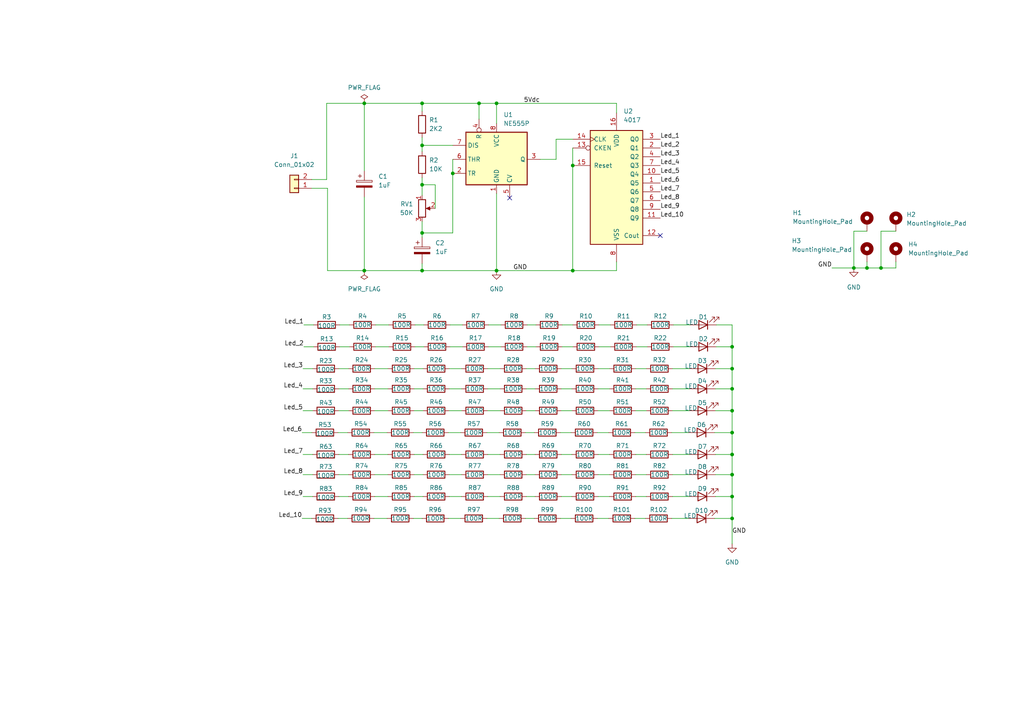
<source format=kicad_sch>
(kicad_sch (version 20211123) (generator eeschema)
  (paper "A4")
  (lib_symbols
    (symbol "4xxx:4017" (pin_names (offset 1.016))
      (property "Reference" "U" (at -7.62 16.51 0))
      (property "Value" "4017" (at -7.62 -19.05 0))
      (symbol "4017_1_0"
        (pin output line (at 12.7 0 180) (length 5.08) (name "Q5") (number "1"))
        (pin output line (at 12.7 2.54 180) (length 5.08) (name "Q4") (number "10"))
        (pin output line (at 12.7 -10.16 180) (length 5.08) (name "Q9") (number "11"))
        (pin output line (at 12.7 -15.24 180) (length 5.08) (name "Cout") (number "12"))
        (pin input inverted (at -12.7 10.16 0) (length 5.08) (name "CKEN") (number "13"))
        (pin input clock (at -12.7 12.7 0) (length 5.08) (name "CLK") (number "14"))
        (pin input line (at -12.7 5.08 0) (length 5.08) (name "Reset") (number "15"))
        (pin power_in line (at 0 20.32 270) (length 5.08) (name "VDD") (number "16"))
        (pin output line (at 12.7 10.16 180) (length 5.08) (name "Q1") (number "2"))
        (pin output line (at 12.7 12.7 180) (length 5.08) (name "Q0") (number "3"))
        (pin output line (at 12.7 7.62 180) (length 5.08) (name "Q2") (number "4"))
        (pin output line (at 12.7 -2.54 180) (length 5.08) (name "Q6") (number "5"))
        (pin output line (at 12.7 -5.08 180) (length 5.08) (name "Q7") (number "6"))
        (pin output line (at 12.7 5.08 180) (length 5.08) (name "Q3") (number "7"))
        (pin power_in line (at 0 -22.86 90) (length 5.08) (name "VSS") (number "8"))
        (pin output line (at 12.7 -7.62 180) (length 5.08) (name "Q8") (number "9"))
      )
      (symbol "4017_1_1"
        (rectangle (start -7.62 15.24) (end 7.62 -17.78) (stroke (width 0.254)) (fill (type background)))
      )
    )
    (symbol "Connector_Generic:Conn_01x02" (pin_names (offset 1.016) hide)
      (property "Reference" "J" (at 0 2.54 0))
      (property "Value" "Conn_01x02" (at 0 -5.08 0))
      (symbol "Conn_01x02_1_1"
        (rectangle (start -1.27 -2.413) (end 0 -2.667) (stroke (width 0.1524)))
        (rectangle (start -1.27 0.127) (end 0 -0.127) (stroke (width 0.1524)))
        (rectangle (start -1.27 1.27) (end 1.27 -3.81) (stroke (width 0.254)) (fill (type background)))
        (pin passive line (at -5.08 0 0) (length 3.81) (name "Pin_1") (number "1"))
        (pin passive line (at -5.08 -2.54 0) (length 3.81) (name "Pin_2") (number "2"))
      )
    )
    (symbol "Device:C_Polarized" (pin_numbers hide) (pin_names (offset 0.254))
      (property "Reference" "C" (at 0.635 2.54 0))
      (property "Value" "C_Polarized" (at 0.635 -2.54 0))
      (symbol "C_Polarized_0_1"
        (rectangle (start -2.286 0.508) (end 2.286 1.016))
        (polyline (pts (xy -1.778 2.286) (xy -0.762 2.286)))
        (polyline (pts (xy -1.27 2.794) (xy -1.27 1.778)))
        (rectangle (start 2.286 -0.508) (end -2.286 -1.016) (fill (type outline)))
      )
      (symbol "C_Polarized_1_1"
        (pin passive line (at 0 3.81 270) (length 2.794) (name "~") (number "1"))
        (pin passive line (at 0 -3.81 90) (length 2.794) (name "~") (number "2"))
      )
    )
    (symbol "Device:LED" (pin_numbers hide) (pin_names (offset 1.016) hide)
      (property "Reference" "D" (at 0 2.54 0))
      (property "Value" "LED" (at 0 -2.54 0))
      (symbol "LED_0_1"
        (polyline (pts (xy -1.27 -1.27) (xy -1.27 1.27)) (stroke (width 0.254)))
        (polyline (pts (xy -1.27 0) (xy 1.27 0)))
        (polyline (pts (xy 1.27 -1.27) (xy 1.27 1.27) (xy -1.27 0) (xy 1.27 -1.27)) (stroke (width 0.254)))
        (polyline (pts (xy -3.048 -0.762) (xy -4.572 -2.286) (xy -3.81 -2.286) (xy -4.572 -2.286) (xy -4.572 -1.524)))
        (polyline (pts (xy -1.778 -0.762) (xy -3.302 -2.286) (xy -2.54 -2.286) (xy -3.302 -2.286) (xy -3.302 -1.524)))
      )
      (symbol "LED_1_1"
        (pin passive line (at -3.81 0 0) (length 2.54) (name "K") (number "1"))
        (pin passive line (at 3.81 0 180) (length 2.54) (name "A") (number "2"))
      )
    )
    (symbol "Device:R" (pin_numbers hide) (pin_names (offset 0))
      (property "Reference" "R" (at 2.032 0 90))
      (property "Value" "R" (at 0 0 90))
      (symbol "R_0_1"
        (rectangle (start -1.016 -2.54) (end 1.016 2.54) (stroke (width 0.254)))
      )
      (symbol "R_1_1"
        (pin passive line (at 0 3.81 270) (length 1.27) (name "~") (number "1"))
        (pin passive line (at 0 -3.81 90) (length 1.27) (name "~") (number "2"))
      )
    )
    (symbol "Device:R_Potentiometer" (pin_names (offset 1.016) hide)
      (property "Reference" "RV" (at -4.445 0 90))
      (property "Value" "R_Potentiometer" (at -2.54 0 90))
      (symbol "R_Potentiometer_0_1"
        (polyline (pts (xy 2.54 0) (xy 1.524 0)))
        (polyline (pts (xy 1.143 0) (xy 2.286 0.508) (xy 2.286 -0.508) (xy 1.143 0)) (fill (type outline)))
        (rectangle (start 1.016 2.54) (end -1.016 -2.54) (stroke (width 0.254)))
      )
      (symbol "R_Potentiometer_1_1"
        (pin passive line (at 0 3.81 270) (length 1.27) (name "1") (number "1"))
        (pin passive line (at 3.81 0 180) (length 1.27) (name "2") (number "2"))
        (pin passive line (at 0 -3.81 90) (length 1.27) (name "3") (number "3"))
      )
    )
    (symbol "Mechanical:MountingHole_Pad" (pin_numbers hide) (pin_names (offset 1.016) hide)
      (property "Reference" "H" (at 0 6.35 0))
      (property "Value" "MountingHole_Pad" (at 0 4.445 0))
      (symbol "MountingHole_Pad_0_1"
        (circle (center 0 1.27) (radius 1.27) (stroke (width 1.27)))
      )
      (symbol "MountingHole_Pad_1_1"
        (pin input line (at 0 -2.54 90) (length 2.54) (name "1") (number "1"))
      )
    )
    (symbol "Timer:NE555P"
      (property "Reference" "U?" (at 2.0194 12.7 0))
      (property "Value" "NE555P" (at 2.0194 10.16 0))
      (symbol "NE555P_0_0"
        (pin power_in line (at 0 -10.16 90) (length 2.54) (name "GND") (number "1"))
        (pin power_in line (at 0 10.16 270) (length 2.54) (name "VCC") (number "8"))
      )
      (symbol "NE555P_0_1"
        (rectangle (start -8.89 -7.62) (end 8.89 7.62) (stroke (width 0.254)) (fill (type background)))
        (rectangle (start -8.89 -7.62) (end 8.89 7.62) (stroke (width 0.254)) (fill (type background)))
      )
      (symbol "NE555P_1_1"
        (pin input line (at -12.7 -4.318 0) (length 3.81) (name "TR") (number "2"))
        (pin output line (at 12.7 -0.254 180) (length 3.81) (name "Q") (number "3"))
        (pin input inverted (at -5.08 11.43 270) (length 3.81) (name "R") (number "4"))
        (pin input line (at 3.81 -11.43 90) (length 3.81) (name "CV") (number "5"))
        (pin input line (at -12.7 -0.254 0) (length 3.81) (name "THR") (number "6"))
        (pin input line (at -12.7 3.81 0) (length 3.81) (name "DIS") (number "7"))
      )
    )
    (symbol "power:GND" (power) (pin_names (offset 0))
      (property "Value" "GND" (at 0 -3.81 0))
      (symbol "GND_0_1"
        (polyline (pts (xy 0 0) (xy 0 -1.27) (xy 1.27 -1.27) (xy 0 -2.54) (xy -1.27 -1.27) (xy 0 -1.27)))
      )
      (symbol "GND_1_1"
        (pin power_in line (at 0 0 270) (length 0) hide (name "GND") (number "1"))
      )
    )
    (symbol "power:PWR_FLAG" (power) (pin_numbers hide) (pin_names (offset 0) hide)
      (property "Value" "PWR_FLAG" (at 0 3.81 0))
      (symbol "PWR_FLAG_0_0"
        (pin power_out line (at 0 0 90) (length 0) (name "pwr") (number "1"))
      )
      (symbol "PWR_FLAG_0_1"
        (polyline (pts (xy 0 0) (xy 0 1.27) (xy -1.016 1.905) (xy 0 2.54) (xy 1.016 1.905) (xy 0 1.27)))
      )
    )
  )
  (junction (at 122.428 67.564))
  (junction (at 105.664 29.972))
  (junction (at 166.116 48.006))
  (junction (at 212.344 144.018))
  (junction (at 144.018 29.972))
  (junction (at 122.428 78.486))
  (junction (at 105.664 78.486))
  (junction (at 138.938 29.972))
  (junction (at 212.344 106.934))
  (junction (at 122.428 53.594))
  (junction (at 251.46 77.724))
  (junction (at 166.116 78.486))
  (junction (at 212.344 131.826))
  (junction (at 212.344 150.368))
  (junction (at 212.344 112.776))
  (junction (at 212.344 137.668))
  (junction (at 131.318 50.292))
  (junction (at 212.344 119.126))
  (junction (at 255.524 77.724))
  (junction (at 212.344 100.584))
  (junction (at 144.018 78.486))
  (junction (at 212.344 125.476))
  (junction (at 122.428 42.164))
  (junction (at 122.428 29.972))
  (junction (at 247.65 77.724))
  (no_connect (at 191.516 68.326))
  (no_connect (at 147.828 57.404))
  (wire (pts (xy 120.142 137.668) (xy 122.682 137.668)))
  (wire (pts (xy 163.068 100.584) (xy 166.116 100.584)))
  (wire (pts (xy 94.742 52.07) (xy 94.742 29.972)))
  (wire (pts (xy 156.718 46.228) (xy 161.29 46.228)))
  (wire (pts (xy 130.048 150.368) (xy 133.604 150.368)))
  (wire (pts (xy 98.044 150.368) (xy 100.838 150.368)))
  (wire (pts (xy 88.138 94.234) (xy 90.932 94.234)))
  (wire (pts (xy 207.518 106.934) (xy 212.344 106.934)))
  (wire (pts (xy 207.518 137.668) (xy 212.344 137.668)))
  (wire (pts (xy 173.482 131.826) (xy 176.784 131.826)))
  (wire (pts (xy 152.654 137.668) (xy 155.194 137.668)))
  (wire (pts (xy 144.018 56.134) (xy 144.018 78.486)))
  (wire (pts (xy 212.344 119.126) (xy 212.344 125.476)))
  (wire (pts (xy 120.142 131.826) (xy 122.682 131.826)))
  (wire (pts (xy 212.344 100.584) (xy 212.344 106.934)))
  (wire (pts (xy 126.238 60.452) (xy 126.238 53.594)))
  (wire (pts (xy 98.044 125.476) (xy 100.838 125.476)))
  (wire (pts (xy 130.556 94.234) (xy 134.112 94.234)))
  (wire (pts (xy 207.518 119.126) (xy 212.344 119.126)))
  (wire (pts (xy 152.654 119.126) (xy 155.194 119.126)))
  (wire (pts (xy 108.712 119.126) (xy 112.522 119.126)))
  (wire (pts (xy 119.888 125.476) (xy 122.428 125.476)))
  (wire (pts (xy 207.264 150.368) (xy 212.344 150.368)))
  (wire (pts (xy 122.428 76.454) (xy 122.428 78.486)))
  (wire (pts (xy 90.424 52.07) (xy 94.742 52.07)))
  (wire (pts (xy 212.344 137.668) (xy 212.344 144.018)))
  (wire (pts (xy 130.302 119.126) (xy 133.858 119.126)))
  (wire (pts (xy 130.302 137.668) (xy 133.858 137.668)))
  (wire (pts (xy 87.884 112.776) (xy 90.678 112.776)))
  (wire (pts (xy 108.458 150.368) (xy 112.268 150.368)))
  (wire (pts (xy 161.29 40.386) (xy 166.116 40.386)))
  (wire (pts (xy 108.712 106.934) (xy 112.522 106.934)))
  (wire (pts (xy 152.654 112.776) (xy 155.194 112.776)))
  (wire (pts (xy 207.518 144.018) (xy 212.344 144.018)))
  (wire (pts (xy 108.966 100.584) (xy 112.776 100.584)))
  (wire (pts (xy 141.224 150.368) (xy 144.78 150.368)))
  (wire (pts (xy 207.264 125.476) (xy 212.344 125.476)))
  (wire (pts (xy 162.56 150.368) (xy 165.608 150.368)))
  (wire (pts (xy 87.884 106.934) (xy 90.678 106.934)))
  (wire (pts (xy 152.4 150.368) (xy 154.94 150.368)))
  (wire (pts (xy 162.814 106.934) (xy 165.862 106.934)))
  (wire (pts (xy 212.344 106.934) (xy 212.344 112.776)))
  (wire (pts (xy 173.482 137.668) (xy 176.784 137.668)))
  (wire (pts (xy 94.742 29.972) (xy 105.664 29.972)))
  (wire (pts (xy 130.302 144.018) (xy 133.858 144.018)))
  (wire (pts (xy 122.428 67.564) (xy 122.428 68.834)))
  (wire (pts (xy 184.15 125.476) (xy 187.198 125.476)))
  (wire (pts (xy 251.46 77.724) (xy 255.524 77.724)))
  (wire (pts (xy 255.524 77.724) (xy 259.842 77.724)))
  (wire (pts (xy 184.404 112.776) (xy 187.452 112.776)))
  (wire (pts (xy 152.908 94.234) (xy 155.448 94.234)))
  (wire (pts (xy 108.966 94.234) (xy 112.776 94.234)))
  (wire (pts (xy 178.816 29.972) (xy 178.816 32.766)))
  (wire (pts (xy 166.116 42.926) (xy 166.116 48.006)))
  (wire (pts (xy 195.072 112.776) (xy 199.898 112.776)))
  (wire (pts (xy 184.658 100.584) (xy 187.706 100.584)))
  (wire (pts (xy 141.478 119.126) (xy 145.034 119.126)))
  (wire (pts (xy 212.344 94.234) (xy 212.344 100.584)))
  (wire (pts (xy 163.068 94.234) (xy 166.116 94.234)))
  (wire (pts (xy 141.732 94.234) (xy 145.288 94.234)))
  (wire (pts (xy 195.326 94.234) (xy 200.152 94.234)))
  (wire (pts (xy 98.298 106.934) (xy 101.092 106.934)))
  (wire (pts (xy 120.142 106.934) (xy 122.682 106.934)))
  (wire (pts (xy 141.224 125.476) (xy 144.78 125.476)))
  (wire (pts (xy 207.772 100.584) (xy 212.344 100.584)))
  (wire (pts (xy 90.424 54.61) (xy 94.996 54.61)))
  (wire (pts (xy 152.654 106.934) (xy 155.194 106.934)))
  (wire (pts (xy 241.3 77.724) (xy 247.65 77.724)))
  (wire (pts (xy 120.142 144.018) (xy 122.682 144.018)))
  (wire (pts (xy 173.736 100.584) (xy 177.038 100.584)))
  (wire (pts (xy 194.818 150.368) (xy 199.644 150.368)))
  (wire (pts (xy 195.072 119.126) (xy 199.898 119.126)))
  (wire (pts (xy 138.938 29.972) (xy 138.938 34.544)))
  (wire (pts (xy 87.63 125.476) (xy 90.424 125.476)))
  (wire (pts (xy 184.404 131.826) (xy 187.452 131.826)))
  (wire (pts (xy 98.298 112.776) (xy 101.092 112.776)))
  (wire (pts (xy 130.302 131.826) (xy 133.858 131.826)))
  (wire (pts (xy 122.428 29.972) (xy 138.938 29.972)))
  (wire (pts (xy 108.712 137.668) (xy 112.522 137.668)))
  (wire (pts (xy 120.396 94.234) (xy 122.936 94.234)))
  (wire (pts (xy 195.326 100.584) (xy 200.152 100.584)))
  (wire (pts (xy 105.664 57.15) (xy 105.664 78.486)))
  (wire (pts (xy 105.664 29.972) (xy 122.428 29.972)))
  (wire (pts (xy 173.482 119.126) (xy 176.784 119.126)))
  (wire (pts (xy 207.772 94.234) (xy 212.344 94.234)))
  (wire (pts (xy 251.46 67.056) (xy 247.65 67.056)))
  (wire (pts (xy 122.428 78.486) (xy 144.018 78.486)))
  (wire (pts (xy 212.344 144.018) (xy 212.344 150.368)))
  (wire (pts (xy 105.664 29.972) (xy 105.664 49.53)))
  (wire (pts (xy 119.888 150.368) (xy 122.428 150.368)))
  (wire (pts (xy 152.654 144.018) (xy 155.194 144.018)))
  (wire (pts (xy 259.842 77.724) (xy 259.842 75.946)))
  (wire (pts (xy 130.302 112.776) (xy 133.858 112.776)))
  (wire (pts (xy 162.814 112.776) (xy 165.862 112.776)))
  (wire (pts (xy 207.518 131.826) (xy 212.344 131.826)))
  (wire (pts (xy 184.404 137.668) (xy 187.452 137.668)))
  (wire (pts (xy 141.478 131.826) (xy 145.034 131.826)))
  (wire (pts (xy 173.482 106.934) (xy 176.784 106.934)))
  (wire (pts (xy 105.664 78.486) (xy 94.996 78.486)))
  (wire (pts (xy 130.048 125.476) (xy 133.604 125.476)))
  (wire (pts (xy 144.018 29.972) (xy 178.816 29.972)))
  (wire (pts (xy 87.884 144.018) (xy 90.678 144.018)))
  (wire (pts (xy 141.478 137.668) (xy 145.034 137.668)))
  (wire (pts (xy 122.428 39.878) (xy 122.428 42.164)))
  (wire (pts (xy 212.344 112.776) (xy 212.344 119.126)))
  (wire (pts (xy 122.428 29.972) (xy 122.428 32.258)))
  (wire (pts (xy 141.732 100.584) (xy 145.288 100.584)))
  (wire (pts (xy 195.072 144.018) (xy 199.898 144.018)))
  (wire (pts (xy 195.072 137.668) (xy 199.898 137.668)))
  (wire (pts (xy 120.142 119.126) (xy 122.682 119.126)))
  (wire (pts (xy 120.396 100.584) (xy 122.936 100.584)))
  (wire (pts (xy 166.116 48.006) (xy 166.116 78.486)))
  (wire (pts (xy 162.814 119.126) (xy 165.862 119.126)))
  (wire (pts (xy 162.56 125.476) (xy 165.608 125.476)))
  (wire (pts (xy 173.482 144.018) (xy 176.784 144.018)))
  (wire (pts (xy 173.482 112.776) (xy 176.784 112.776)))
  (wire (pts (xy 195.072 106.934) (xy 199.898 106.934)))
  (wire (pts (xy 141.478 112.776) (xy 145.034 112.776)))
  (wire (pts (xy 259.842 67.056) (xy 255.524 67.056)))
  (wire (pts (xy 152.908 100.584) (xy 155.448 100.584)))
  (wire (pts (xy 108.712 131.826) (xy 112.522 131.826)))
  (wire (pts (xy 152.4 125.476) (xy 154.94 125.476)))
  (wire (pts (xy 162.814 144.018) (xy 165.862 144.018)))
  (wire (pts (xy 144.018 29.972) (xy 144.018 35.814)))
  (wire (pts (xy 131.318 42.164) (xy 122.428 42.164)))
  (wire (pts (xy 87.63 150.368) (xy 90.424 150.368)))
  (wire (pts (xy 98.552 100.584) (xy 101.346 100.584)))
  (wire (pts (xy 122.428 53.594) (xy 122.428 56.642)))
  (wire (pts (xy 247.65 67.056) (xy 247.65 77.724)))
  (wire (pts (xy 98.298 119.126) (xy 101.092 119.126)))
  (wire (pts (xy 120.142 112.776) (xy 122.682 112.776)))
  (wire (pts (xy 166.116 78.486) (xy 178.816 78.486)))
  (wire (pts (xy 178.816 75.946) (xy 178.816 78.486)))
  (wire (pts (xy 122.428 51.562) (xy 122.428 53.594)))
  (wire (pts (xy 184.15 150.368) (xy 187.198 150.368)))
  (wire (pts (xy 173.736 94.234) (xy 177.038 94.234)))
  (wire (pts (xy 122.428 64.262) (xy 122.428 67.564)))
  (wire (pts (xy 255.524 67.056) (xy 255.524 77.724)))
  (wire (pts (xy 162.814 137.668) (xy 165.862 137.668)))
  (wire (pts (xy 173.228 150.368) (xy 176.53 150.368)))
  (wire (pts (xy 212.344 131.826) (xy 212.344 137.668)))
  (wire (pts (xy 87.884 137.668) (xy 90.678 137.668)))
  (wire (pts (xy 141.478 106.934) (xy 145.034 106.934)))
  (wire (pts (xy 184.404 106.934) (xy 187.452 106.934)))
  (wire (pts (xy 108.712 144.018) (xy 112.522 144.018)))
  (wire (pts (xy 173.228 125.476) (xy 176.53 125.476)))
  (wire (pts (xy 98.552 94.234) (xy 101.346 94.234)))
  (wire (pts (xy 184.404 144.018) (xy 187.452 144.018)))
  (wire (pts (xy 126.238 53.594) (xy 122.428 53.594)))
  (wire (pts (xy 98.298 131.826) (xy 101.092 131.826)))
  (wire (pts (xy 131.318 67.564) (xy 122.428 67.564)))
  (wire (pts (xy 98.298 144.018) (xy 101.092 144.018)))
  (wire (pts (xy 144.018 78.486) (xy 166.116 78.486)))
  (wire (pts (xy 152.654 131.826) (xy 155.194 131.826)))
  (wire (pts (xy 87.884 119.126) (xy 90.678 119.126)))
  (wire (pts (xy 130.302 106.934) (xy 133.858 106.934)))
  (wire (pts (xy 108.458 125.476) (xy 112.268 125.476)))
  (wire (pts (xy 87.884 131.826) (xy 90.678 131.826)))
  (wire (pts (xy 184.404 119.126) (xy 187.452 119.126)))
  (wire (pts (xy 138.938 29.972) (xy 144.018 29.972)))
  (wire (pts (xy 131.318 50.292) (xy 131.318 67.564)))
  (wire (pts (xy 98.298 137.668) (xy 101.092 137.668)))
  (wire (pts (xy 131.318 46.228) (xy 131.318 50.292)))
  (wire (pts (xy 88.138 100.584) (xy 90.932 100.584)))
  (wire (pts (xy 212.344 125.476) (xy 212.344 131.826)))
  (wire (pts (xy 161.29 46.228) (xy 161.29 40.386)))
  (wire (pts (xy 94.996 78.486) (xy 94.996 54.61)))
  (wire (pts (xy 108.712 112.776) (xy 112.522 112.776)))
  (wire (pts (xy 162.814 131.826) (xy 165.862 131.826)))
  (wire (pts (xy 122.428 78.486) (xy 105.664 78.486)))
  (wire (pts (xy 130.556 100.584) (xy 134.112 100.584)))
  (wire (pts (xy 141.478 144.018) (xy 145.034 144.018)))
  (wire (pts (xy 212.344 150.368) (xy 212.344 157.734)))
  (wire (pts (xy 194.818 125.476) (xy 199.644 125.476)))
  (wire (pts (xy 195.072 131.826) (xy 199.898 131.826)))
  (wire (pts (xy 122.428 42.164) (xy 122.428 43.942)))
  (wire (pts (xy 184.658 94.234) (xy 187.706 94.234)))
  (wire (pts (xy 207.518 112.776) (xy 212.344 112.776)))
  (wire (pts (xy 251.46 75.946) (xy 251.46 77.724)))
  (wire (pts (xy 247.65 77.724) (xy 251.46 77.724)))
  (label "Led_2" (at 191.516 42.926 0))
  (label "Led_4" (at 191.516 48.006 0))
  (label "GND" (at 241.3 77.724 180))
  (label "Led_8" (at 191.516 58.166 0))
  (label "5Vdc" (at 151.892 29.972 0))
  (label "GND" (at 212.344 154.94 0))
  (label "Led_10" (at 191.516 63.246 0))
  (label "Led_1" (at 191.516 40.386 0))
  (label "Led_9" (at 87.884 144.018 180))
  (label "Led_1" (at 88.138 94.234 180))
  (label "Led_5" (at 87.884 119.126 180))
  (label "Led_2" (at 88.138 100.584 180))
  (label "Led_4" (at 87.884 112.776 180))
  (label "Led_7" (at 191.516 55.626 0))
  (label "Led_5" (at 191.516 50.546 0))
  (label "Led_3" (at 191.516 45.466 0))
  (label "Led_8" (at 87.884 137.668 180))
  (label "Led_6" (at 87.63 125.476 180))
  (label "Led_9" (at 191.516 60.706 0))
  (label "Led_6" (at 191.516 53.086 0))
  (label "Led_3" (at 87.884 106.934 180))
  (label "Led_7" (at 87.884 131.826 180))
  (label "GND" (at 148.844 78.486 0))
  (label "Led_10" (at 87.63 150.368 180))
  (symbol (lib_id "Device:R") (at 105.156 100.584 90) (unit 1)
    (property "Reference" "R14" (at 105.156 98.044 90))
    (property "Value" "100R" (at 105.156 100.584 90))
    (property "Footprint" "Resistor_SMD:R_0805_2012Metric_Pad1.20x1.40mm_HandSolder" (effects hide))
  )
  (symbol (lib_id "Mechanical:MountingHole_Pad") (at 251.46 73.406 0) (unit 1)
    (property "Reference" "H3" (at 229.616 69.85 0) (effects (justify left)))
    (property "Value" "MountingHole_Pad" (at 229.616 72.39 0) (effects (justify left)))
    (property "Footprint" "MountingHole:MountingHole_2.7mm_M2.5_Pad_Via" (effects hide))
  )
  (symbol (lib_id "Device:R") (at 126.746 94.234 90) (unit 1)
    (property "Reference" "R6" (at 126.746 91.694 90))
    (property "Value" "100R" (at 126.746 94.234 90))
    (property "Footprint" "Resistor_SMD:R_0805_2012Metric_Pad1.20x1.40mm_HandSolder" (effects hide))
  )
  (symbol (lib_id "Timer:NE555P") (at 144.018 45.974 0) (unit 1)
    (property "Reference" "U1" (at 146.0374 33.274 0) (effects (justify left)))
    (property "Value" "NE555P" (at 146.0374 35.814 0) (effects (justify left)))
    (property "Footprint" "Package_DIP:DIP-8_W7.62mm_Socket" (effects hide))
    (property "Datasheet" "http://www.ti.com/lit/ds/symlink/ne555.pdf" (effects hide))
  )
  (symbol (lib_id "Device:R") (at 104.902 144.018 90) (unit 1)
    (property "Reference" "R84" (at 104.902 141.478 90))
    (property "Value" "100R" (at 104.902 144.018 90))
    (property "Footprint" "Resistor_SMD:R_0805_2012Metric_Pad1.20x1.40mm_HandSolder" (effects hide))
  )
  (symbol (lib_id "power:GND") (at 144.018 78.486 0) (unit 1)
    (property "Reference" "#PWR02" (effects hide))
    (property "Value" "GND" (at 144.018 83.82 0))
  )
  (symbol (lib_id "power:GND") (at 212.344 157.734 0) (unit 1)
    (property "Reference" "#PWR01" (effects hide))
    (property "Value" "GND" (at 212.344 163.068 0))
  )
  (symbol (lib_id "Device:R") (at 104.648 150.368 90) (unit 1)
    (property "Reference" "R94" (at 104.648 147.828 90))
    (property "Value" "100R" (at 104.648 150.368 90))
    (property "Footprint" "Resistor_SMD:R_0805_2012Metric_Pad1.20x1.40mm_HandSolder" (effects hide))
  )
  (symbol (lib_id "Device:R") (at 94.234 125.476 90) (unit 1)
    (property "Reference" "R53" (at 94.234 123.19 90))
    (property "Value" "100R" (at 94.234 125.73 90))
    (property "Footprint" "Resistor_SMD:R_0805_2012Metric_Pad1.20x1.40mm_HandSolder" (effects hide))
  )
  (symbol (lib_id "Device:LED") (at 203.454 125.476 180) (unit 1)
    (property "Reference" "D6" (at 203.454 123.19 0))
    (property "Value" "LED" (at 200.152 124.714 0))
    (property "Footprint" "LED_SMD:LED_1206_3216Metric_Pad1.42x1.75mm_HandSolder" (effects hide))
  )
  (symbol (lib_id "Device:R") (at 158.75 125.476 90) (unit 1)
    (property "Reference" "R59" (at 158.75 122.936 90))
    (property "Value" "100R" (at 158.75 125.476 90))
    (property "Footprint" "Resistor_SMD:R_0805_2012Metric_Pad1.20x1.40mm_HandSolder" (effects hide))
  )
  (symbol (lib_id "Device:R") (at 122.428 47.752 0) (unit 1)
    (property "Reference" "R2" (at 124.46 46.4819 0) (effects (justify left)))
    (property "Value" "10K" (at 124.46 49.0219 0) (effects (justify left)))
    (property "Footprint" "Resistor_THT:R_Axial_DIN0207_L6.3mm_D2.5mm_P7.62mm_Horizontal" (effects hide))
  )
  (symbol (lib_id "Device:R") (at 191.262 144.018 90) (unit 1)
    (property "Reference" "R92" (at 191.262 141.478 90))
    (property "Value" "100R" (at 191.262 144.018 90))
    (property "Footprint" "Resistor_SMD:R_0805_2012Metric_Pad1.20x1.40mm_HandSolder" (effects hide))
  )
  (symbol (lib_id "Device:R") (at 169.672 112.776 90) (unit 1)
    (property "Reference" "R40" (at 169.672 110.236 90))
    (property "Value" "100R" (at 169.672 112.776 90))
    (property "Footprint" "Resistor_SMD:R_0805_2012Metric_Pad1.20x1.40mm_HandSolder" (effects hide))
  )
  (symbol (lib_id "Device:LED") (at 203.708 144.018 180) (unit 1)
    (property "Reference" "D9" (at 203.708 141.732 0))
    (property "Value" "LED" (at 200.406 143.256 0))
    (property "Footprint" "LED_SMD:LED_1206_3216Metric_Pad1.42x1.75mm_HandSolder" (effects hide))
  )
  (symbol (lib_id "Device:R") (at 148.844 144.018 90) (unit 1)
    (property "Reference" "R88" (at 148.844 141.478 90))
    (property "Value" "100R" (at 148.844 144.018 90))
    (property "Footprint" "Resistor_SMD:R_0805_2012Metric_Pad1.20x1.40mm_HandSolder" (effects hide))
  )
  (symbol (lib_id "Device:R") (at 104.902 131.826 90) (unit 1)
    (property "Reference" "R64" (at 104.902 129.286 90))
    (property "Value" "100R" (at 104.902 131.826 90))
    (property "Footprint" "Resistor_SMD:R_0805_2012Metric_Pad1.20x1.40mm_HandSolder" (effects hide))
  )
  (symbol (lib_id "Device:R") (at 94.742 100.584 90) (unit 1)
    (property "Reference" "R13" (at 94.742 98.298 90))
    (property "Value" "100R" (at 94.742 100.838 90))
    (property "Footprint" "Resistor_SMD:R_0805_2012Metric_Pad1.20x1.40mm_HandSolder" (effects hide))
  )
  (symbol (lib_id "Device:LED") (at 203.962 94.234 180) (unit 1)
    (property "Reference" "D1" (at 203.962 91.948 0))
    (property "Value" "LED" (at 200.66 93.472 0))
    (property "Footprint" "LED_SMD:LED_1206_3216Metric_Pad1.42x1.75mm_HandSolder" (effects hide))
  )
  (symbol (lib_id "Device:R") (at 159.258 100.584 90) (unit 1)
    (property "Reference" "R19" (at 159.258 98.044 90))
    (property "Value" "100R" (at 159.258 100.584 90))
    (property "Footprint" "Resistor_SMD:R_0805_2012Metric_Pad1.20x1.40mm_HandSolder" (effects hide))
  )
  (symbol (lib_id "Device:R") (at 180.594 137.668 90) (unit 1)
    (property "Reference" "R81" (at 180.594 135.128 90))
    (property "Value" "100R" (at 180.594 137.668 90))
    (property "Footprint" "Resistor_SMD:R_0805_2012Metric_Pad1.20x1.40mm_HandSolder" (effects hide))
  )
  (symbol (lib_id "power:PWR_FLAG") (at 105.664 29.972 0) (unit 1)
    (property "Reference" "#FLG01" (effects hide))
    (property "Value" "PWR_FLAG" (at 105.664 25.4 0))
  )
  (symbol (lib_id "Device:R") (at 191.516 94.234 90) (unit 1)
    (property "Reference" "R12" (at 191.516 91.694 90))
    (property "Value" "100R" (at 191.516 94.234 90))
    (property "Footprint" "Resistor_SMD:R_0805_2012Metric_Pad1.20x1.40mm_HandSolder" (effects hide))
  )
  (symbol (lib_id "Device:R") (at 191.262 131.826 90) (unit 1)
    (property "Reference" "R72" (at 191.262 129.286 90))
    (property "Value" "100R" (at 191.262 131.826 90))
    (property "Footprint" "Resistor_SMD:R_0805_2012Metric_Pad1.20x1.40mm_HandSolder" (effects hide))
  )
  (symbol (lib_id "Device:LED") (at 203.708 119.126 180) (unit 1)
    (property "Reference" "D5" (at 203.708 116.84 0))
    (property "Value" "LED" (at 200.406 118.364 0))
    (property "Footprint" "LED_SMD:LED_1206_3216Metric_Pad1.42x1.75mm_HandSolder" (effects hide))
  )
  (symbol (lib_id "Device:R") (at 148.844 106.934 90) (unit 1)
    (property "Reference" "R28" (at 148.844 104.394 90))
    (property "Value" "100R" (at 148.844 106.934 90))
    (property "Footprint" "Resistor_SMD:R_0805_2012Metric_Pad1.20x1.40mm_HandSolder" (effects hide))
  )
  (symbol (lib_id "Device:R") (at 180.34 150.368 90) (unit 1)
    (property "Reference" "R101" (at 180.34 147.828 90))
    (property "Value" "100R" (at 180.34 150.368 90))
    (property "Footprint" "Resistor_SMD:R_0805_2012Metric_Pad1.20x1.40mm_HandSolder" (effects hide))
  )
  (symbol (lib_id "Device:R") (at 94.488 131.826 90) (unit 1)
    (property "Reference" "R63" (at 94.488 129.54 90))
    (property "Value" "100R" (at 94.488 132.08 90))
    (property "Footprint" "Resistor_SMD:R_0805_2012Metric_Pad1.20x1.40mm_HandSolder" (effects hide))
  )
  (symbol (lib_id "Device:R") (at 94.234 150.368 90) (unit 1)
    (property "Reference" "R93" (at 94.234 148.082 90))
    (property "Value" "100R" (at 94.234 150.622 90))
    (property "Footprint" "Resistor_SMD:R_0805_2012Metric_Pad1.20x1.40mm_HandSolder" (effects hide))
  )
  (symbol (lib_id "Device:R") (at 148.844 131.826 90) (unit 1)
    (property "Reference" "R68" (at 148.844 129.286 90))
    (property "Value" "100R" (at 148.844 131.826 90))
    (property "Footprint" "Resistor_SMD:R_0805_2012Metric_Pad1.20x1.40mm_HandSolder" (effects hide))
  )
  (symbol (lib_id "Device:R") (at 116.586 100.584 90) (unit 1)
    (property "Reference" "R15" (at 116.586 98.044 90))
    (property "Value" "100R" (at 116.586 100.584 90))
    (property "Footprint" "Resistor_SMD:R_0805_2012Metric_Pad1.20x1.40mm_HandSolder" (effects hide))
  )
  (symbol (lib_id "Device:R") (at 169.418 150.368 90) (unit 1)
    (property "Reference" "R100" (at 169.418 147.828 90))
    (property "Value" "100R" (at 169.418 150.368 90))
    (property "Footprint" "Resistor_SMD:R_0805_2012Metric_Pad1.20x1.40mm_HandSolder" (effects hide))
  )
  (symbol (lib_id "Device:R") (at 169.672 144.018 90) (unit 1)
    (property "Reference" "R90" (at 169.672 141.478 90))
    (property "Value" "100R" (at 169.672 144.018 90))
    (property "Footprint" "Resistor_SMD:R_0805_2012Metric_Pad1.20x1.40mm_HandSolder" (effects hide))
  )
  (symbol (lib_id "Device:R") (at 137.668 131.826 90) (unit 1)
    (property "Reference" "R67" (at 137.668 129.286 90))
    (property "Value" "100R" (at 137.668 131.826 90))
    (property "Footprint" "Resistor_SMD:R_0805_2012Metric_Pad1.20x1.40mm_HandSolder" (effects hide))
  )
  (symbol (lib_id "Device:R") (at 159.004 112.776 90) (unit 1)
    (property "Reference" "R39" (at 159.004 110.236 90))
    (property "Value" "100R" (at 159.004 112.776 90))
    (property "Footprint" "Resistor_SMD:R_0805_2012Metric_Pad1.20x1.40mm_HandSolder" (effects hide))
  )
  (symbol (lib_id "Device:R") (at 126.492 106.934 90) (unit 1)
    (property "Reference" "R26" (at 126.492 104.394 90))
    (property "Value" "100R" (at 126.492 106.934 90))
    (property "Footprint" "Resistor_SMD:R_0805_2012Metric_Pad1.20x1.40mm_HandSolder" (effects hide))
  )
  (symbol (lib_id "Device:R") (at 191.262 137.668 90) (unit 1)
    (property "Reference" "R82" (at 191.262 135.128 90))
    (property "Value" "100R" (at 191.262 137.668 90))
    (property "Footprint" "Resistor_SMD:R_0805_2012Metric_Pad1.20x1.40mm_HandSolder" (effects hide))
  )
  (symbol (lib_id "Device:R") (at 116.332 137.668 90) (unit 1)
    (property "Reference" "R75" (at 116.332 135.128 90))
    (property "Value" "100R" (at 116.332 137.668 90))
    (property "Footprint" "Resistor_SMD:R_0805_2012Metric_Pad1.20x1.40mm_HandSolder" (effects hide))
  )
  (symbol (lib_id "power:PWR_FLAG") (at 105.664 78.486 180) (unit 1)
    (property "Reference" "#FLG0101" (effects hide))
    (property "Value" "PWR_FLAG" (at 105.664 83.82 0))
  )
  (symbol (lib_id "Mechanical:MountingHole_Pad") (at 259.842 73.406 0) (unit 1)
    (property "Reference" "H4" (at 263.398 70.866 0) (effects (justify left)))
    (property "Value" "MountingHole_Pad" (at 263.398 73.406 0) (effects (justify left)))
    (property "Footprint" "MountingHole:MountingHole_2.7mm_M2.5_Pad_Via" (effects hide))
  )
  (symbol (lib_id "Device:R") (at 94.488 119.126 90) (unit 1)
    (property "Reference" "R43" (at 94.488 116.84 90))
    (property "Value" "100R" (at 94.488 119.38 90))
    (property "Footprint" "Resistor_SMD:R_0805_2012Metric_Pad1.20x1.40mm_HandSolder" (effects hide))
  )
  (symbol (lib_id "Device:R") (at 159.258 94.234 90) (unit 1)
    (property "Reference" "R9" (at 159.258 91.694 90))
    (property "Value" "100R" (at 159.258 94.234 90))
    (property "Footprint" "Resistor_SMD:R_0805_2012Metric_Pad1.20x1.40mm_HandSolder" (effects hide))
  )
  (symbol (lib_id "Device:R") (at 169.926 94.234 90) (unit 1)
    (property "Reference" "R10" (at 169.926 91.694 90))
    (property "Value" "100R" (at 169.926 94.234 90))
    (property "Footprint" "Resistor_SMD:R_0805_2012Metric_Pad1.20x1.40mm_HandSolder" (effects hide))
  )
  (symbol (lib_id "Device:R") (at 169.418 125.476 90) (unit 1)
    (property "Reference" "R60" (at 169.418 122.936 90))
    (property "Value" "100R" (at 169.418 125.476 90))
    (property "Footprint" "Resistor_SMD:R_0805_2012Metric_Pad1.20x1.40mm_HandSolder" (effects hide))
  )
  (symbol (lib_id "Device:C_Polarized") (at 105.664 53.34 0) (unit 1)
    (property "Reference" "C1" (at 109.728 51.1809 0) (effects (justify left)))
    (property "Value" "1uF" (at 109.728 53.7209 0) (effects (justify left)))
    (property "Footprint" "Capacitor_THT:CP_Radial_D4.0mm_P2.00mm" (effects hide))
  )
  (symbol (lib_id "Device:R") (at 149.098 94.234 90) (unit 1)
    (property "Reference" "R8" (at 149.098 91.694 90))
    (property "Value" "100R" (at 149.098 94.234 90))
    (property "Footprint" "Resistor_SMD:R_0805_2012Metric_Pad1.20x1.40mm_HandSolder" (effects hide))
  )
  (symbol (lib_id "Device:R") (at 116.586 94.234 90) (unit 1)
    (property "Reference" "R5" (at 116.586 91.694 90))
    (property "Value" "100R" (at 116.586 94.234 90))
    (property "Footprint" "Resistor_SMD:R_0805_2012Metric_Pad1.20x1.40mm_HandSolder" (effects hide))
  )
  (symbol (lib_id "Device:R") (at 137.922 100.584 90) (unit 1)
    (property "Reference" "R17" (at 137.922 98.044 90))
    (property "Value" "100R" (at 137.922 100.584 90))
    (property "Footprint" "Resistor_SMD:R_0805_2012Metric_Pad1.20x1.40mm_HandSolder" (effects hide))
  )
  (symbol (lib_id "Device:R") (at 126.492 144.018 90) (unit 1)
    (property "Reference" "R86" (at 126.492 141.478 90))
    (property "Value" "100R" (at 126.492 144.018 90))
    (property "Footprint" "Resistor_SMD:R_0805_2012Metric_Pad1.20x1.40mm_HandSolder" (effects hide))
  )
  (symbol (lib_id "Device:R") (at 191.262 119.126 90) (unit 1)
    (property "Reference" "R52" (at 191.262 116.586 90))
    (property "Value" "100R" (at 191.262 119.126 90))
    (property "Footprint" "Resistor_SMD:R_0805_2012Metric_Pad1.20x1.40mm_HandSolder" (effects hide))
  )
  (symbol (lib_id "Device:R") (at 159.004 106.934 90) (unit 1)
    (property "Reference" "R29" (at 159.004 104.394 90))
    (property "Value" "100R" (at 159.004 106.934 90))
    (property "Footprint" "Resistor_SMD:R_0805_2012Metric_Pad1.20x1.40mm_HandSolder" (effects hide))
  )
  (symbol (lib_id "Mechanical:MountingHole_Pad") (at 259.842 64.516 0) (unit 1)
    (property "Reference" "H2" (at 262.89 62.23 0) (effects (justify left)))
    (property "Value" "MountingHole_Pad" (at 262.89 64.77 0) (effects (justify left)))
    (property "Footprint" "MountingHole:MountingHole_2.7mm_M2.5_Pad_Via" (effects hide))
  )
  (symbol (lib_id "Device:R") (at 126.492 137.668 90) (unit 1)
    (property "Reference" "R76" (at 126.492 135.128 90))
    (property "Value" "100R" (at 126.492 137.668 90))
    (property "Footprint" "Resistor_SMD:R_0805_2012Metric_Pad1.20x1.40mm_HandSolder" (effects hide))
  )
  (symbol (lib_id "Device:R") (at 180.848 94.234 90) (unit 1)
    (property "Reference" "R11" (at 180.848 91.694 90))
    (property "Value" "100R" (at 180.848 94.234 90))
    (property "Footprint" "Resistor_SMD:R_0805_2012Metric_Pad1.20x1.40mm_HandSolder" (effects hide))
  )
  (symbol (lib_id "Device:R") (at 116.078 125.476 90) (unit 1)
    (property "Reference" "R55" (at 116.078 122.936 90))
    (property "Value" "100R" (at 116.078 125.476 90))
    (property "Footprint" "Resistor_SMD:R_0805_2012Metric_Pad1.20x1.40mm_HandSolder" (effects hide))
  )
  (symbol (lib_id "Device:R") (at 94.488 106.934 90) (unit 1)
    (property "Reference" "R23" (at 94.488 104.648 90))
    (property "Value" "100R" (at 94.488 107.188 90))
    (property "Footprint" "Resistor_SMD:R_0805_2012Metric_Pad1.20x1.40mm_HandSolder" (effects hide))
  )
  (symbol (lib_id "Device:R") (at 104.902 106.934 90) (unit 1)
    (property "Reference" "R24" (at 104.902 104.394 90))
    (property "Value" "100R" (at 104.902 106.934 90))
    (property "Footprint" "Resistor_SMD:R_0805_2012Metric_Pad1.20x1.40mm_HandSolder" (effects hide))
  )
  (symbol (lib_id "Device:C_Polarized") (at 122.428 72.644 0) (unit 1)
    (property "Reference" "C2" (at 126.238 70.4849 0) (effects (justify left)))
    (property "Value" "1uF" (at 126.238 73.0249 0) (effects (justify left)))
    (property "Footprint" "Capacitor_THT:CP_Radial_D4.0mm_P2.00mm" (effects hide))
  )
  (symbol (lib_id "Mechanical:MountingHole_Pad") (at 251.46 64.516 0) (unit 1)
    (property "Reference" "H1" (at 229.87 61.722 0) (effects (justify left)))
    (property "Value" "MountingHole_Pad" (at 229.87 64.262 0) (effects (justify left)))
    (property "Footprint" "MountingHole:MountingHole_2.7mm_M2.5_Pad_Via" (effects hide))
  )
  (symbol (lib_id "Device:R") (at 158.75 150.368 90) (unit 1)
    (property "Reference" "R99" (at 158.75 147.828 90))
    (property "Value" "100R" (at 158.75 150.368 90))
    (property "Footprint" "Resistor_SMD:R_0805_2012Metric_Pad1.20x1.40mm_HandSolder" (effects hide))
  )
  (symbol (lib_id "Device:R") (at 180.594 144.018 90) (unit 1)
    (property "Reference" "R91" (at 180.594 141.478 90))
    (property "Value" "100R" (at 180.594 144.018 90))
    (property "Footprint" "Resistor_SMD:R_0805_2012Metric_Pad1.20x1.40mm_HandSolder" (effects hide))
  )
  (symbol (lib_id "Device:R") (at 180.34 125.476 90) (unit 1)
    (property "Reference" "R61" (at 180.34 122.936 90))
    (property "Value" "100R" (at 180.34 125.476 90))
    (property "Footprint" "Resistor_SMD:R_0805_2012Metric_Pad1.20x1.40mm_HandSolder" (effects hide))
  )
  (symbol (lib_id "Device:R") (at 191.262 112.776 90) (unit 1)
    (property "Reference" "R42" (at 191.262 110.236 90))
    (property "Value" "100R" (at 191.262 112.776 90))
    (property "Footprint" "Resistor_SMD:R_0805_2012Metric_Pad1.20x1.40mm_HandSolder" (effects hide))
  )
  (symbol (lib_id "Device:R") (at 104.902 119.126 90) (unit 1)
    (property "Reference" "R44" (at 104.902 116.586 90))
    (property "Value" "100R" (at 104.902 119.126 90))
    (property "Footprint" "Resistor_SMD:R_0805_2012Metric_Pad1.20x1.40mm_HandSolder" (effects hide))
  )
  (symbol (lib_id "Device:R") (at 116.332 144.018 90) (unit 1)
    (property "Reference" "R85" (at 116.332 141.478 90))
    (property "Value" "100R" (at 116.332 144.018 90))
    (property "Footprint" "Resistor_SMD:R_0805_2012Metric_Pad1.20x1.40mm_HandSolder" (effects hide))
  )
  (symbol (lib_id "Device:R") (at 169.672 106.934 90) (unit 1)
    (property "Reference" "R30" (at 169.672 104.394 90))
    (property "Value" "100R" (at 169.672 106.934 90))
    (property "Footprint" "Resistor_SMD:R_0805_2012Metric_Pad1.20x1.40mm_HandSolder" (effects hide))
  )
  (symbol (lib_id "Device:R") (at 159.004 144.018 90) (unit 1)
    (property "Reference" "R89" (at 159.004 141.478 90))
    (property "Value" "100R" (at 159.004 144.018 90))
    (property "Footprint" "Resistor_SMD:R_0805_2012Metric_Pad1.20x1.40mm_HandSolder" (effects hide))
  )
  (symbol (lib_id "Device:R") (at 169.926 100.584 90) (unit 1)
    (property "Reference" "R20" (at 169.926 98.044 90))
    (property "Value" "100R" (at 169.926 100.584 90))
    (property "Footprint" "Resistor_SMD:R_0805_2012Metric_Pad1.20x1.40mm_HandSolder" (effects hide))
  )
  (symbol (lib_id "Device:R") (at 126.746 100.584 90) (unit 1)
    (property "Reference" "R16" (at 126.746 98.044 90))
    (property "Value" "100R" (at 126.746 100.584 90))
    (property "Footprint" "Resistor_SMD:R_0805_2012Metric_Pad1.20x1.40mm_HandSolder" (effects hide))
  )
  (symbol (lib_id "Device:R") (at 104.902 112.776 90) (unit 1)
    (property "Reference" "R34" (at 104.902 110.236 90))
    (property "Value" "100R" (at 104.902 112.776 90))
    (property "Footprint" "Resistor_SMD:R_0805_2012Metric_Pad1.20x1.40mm_HandSolder" (effects hide))
  )
  (symbol (lib_id "Device:LED") (at 203.708 131.826 180) (unit 1)
    (property "Reference" "D7" (at 203.708 129.54 0))
    (property "Value" "LED" (at 200.406 131.064 0))
    (property "Footprint" "LED_SMD:LED_1206_3216Metric_Pad1.42x1.75mm_HandSolder" (effects hide))
  )
  (symbol (lib_id "Device:R") (at 148.59 125.476 90) (unit 1)
    (property "Reference" "R58" (at 148.59 122.936 90))
    (property "Value" "100R" (at 148.59 125.476 90))
    (property "Footprint" "Resistor_SMD:R_0805_2012Metric_Pad1.20x1.40mm_HandSolder" (effects hide))
  )
  (symbol (lib_id "Device:R") (at 94.742 94.234 90) (unit 1)
    (property "Reference" "R3" (at 94.742 91.948 90))
    (property "Value" "100R" (at 94.742 94.488 90))
    (property "Footprint" "Resistor_SMD:R_0805_2012Metric_Pad1.20x1.40mm_HandSolder" (effects hide))
  )
  (symbol (lib_id "Device:R") (at 122.428 36.068 0) (unit 1)
    (property "Reference" "R1" (at 124.46 34.7979 0) (effects (justify left)))
    (property "Value" "2K2" (at 124.46 37.3379 0) (effects (justify left)))
    (property "Footprint" "Resistor_THT:R_Axial_DIN0207_L6.3mm_D2.5mm_P7.62mm_Horizontal" (effects hide))
  )
  (symbol (lib_id "Device:R") (at 126.492 131.826 90) (unit 1)
    (property "Reference" "R66" (at 126.492 129.286 90))
    (property "Value" "100R" (at 126.492 131.826 90))
    (property "Footprint" "Resistor_SMD:R_0805_2012Metric_Pad1.20x1.40mm_HandSolder" (effects hide))
  )
  (symbol (lib_id "Device:R") (at 137.668 106.934 90) (unit 1)
    (property "Reference" "R27" (at 137.668 104.394 90))
    (property "Value" "100R" (at 137.668 106.934 90))
    (property "Footprint" "Resistor_SMD:R_0805_2012Metric_Pad1.20x1.40mm_HandSolder" (effects hide))
  )
  (symbol (lib_id "Device:R") (at 116.332 106.934 90) (unit 1)
    (property "Reference" "R25" (at 116.332 104.394 90))
    (property "Value" "100R" (at 116.332 106.934 90))
    (property "Footprint" "Resistor_SMD:R_0805_2012Metric_Pad1.20x1.40mm_HandSolder" (effects hide))
  )
  (symbol (lib_id "Device:R") (at 191.008 150.368 90) (unit 1)
    (property "Reference" "R102" (at 191.008 147.828 90))
    (property "Value" "100R" (at 191.008 150.368 90))
    (property "Footprint" "Resistor_SMD:R_0805_2012Metric_Pad1.20x1.40mm_HandSolder" (effects hide))
  )
  (symbol (lib_id "Device:R") (at 116.332 112.776 90) (unit 1)
    (property "Reference" "R35" (at 116.332 110.236 90))
    (property "Value" "100R" (at 116.332 112.776 90))
    (property "Footprint" "Resistor_SMD:R_0805_2012Metric_Pad1.20x1.40mm_HandSolder" (effects hide))
  )
  (symbol (lib_id "Device:R") (at 105.156 94.234 90) (unit 1)
    (property "Reference" "R4" (at 105.156 91.694 90))
    (property "Value" "100R" (at 105.156 94.234 90))
    (property "Footprint" "Resistor_SMD:R_0805_2012Metric_Pad1.20x1.40mm_HandSolder" (effects hide))
  )
  (symbol (lib_id "Device:R") (at 148.844 119.126 90) (unit 1)
    (property "Reference" "R48" (at 148.844 116.586 90))
    (property "Value" "100R" (at 148.844 119.126 90))
    (property "Footprint" "Resistor_SMD:R_0805_2012Metric_Pad1.20x1.40mm_HandSolder" (effects hide))
  )
  (symbol (lib_id "Device:R") (at 104.902 137.668 90) (unit 1)
    (property "Reference" "R74" (at 104.902 135.128 90))
    (property "Value" "100R" (at 104.902 137.668 90))
    (property "Footprint" "Resistor_SMD:R_0805_2012Metric_Pad1.20x1.40mm_HandSolder" (effects hide))
  )
  (symbol (lib_id "Device:R") (at 137.922 94.234 90) (unit 1)
    (property "Reference" "R7" (at 137.922 91.694 90))
    (property "Value" "100R" (at 137.922 94.234 90))
    (property "Footprint" "Resistor_SMD:R_0805_2012Metric_Pad1.20x1.40mm_HandSolder" (effects hide))
  )
  (symbol (lib_id "Device:R") (at 191.008 125.476 90) (unit 1)
    (property "Reference" "R62" (at 191.008 122.936 90))
    (property "Value" "100R" (at 191.008 125.476 90))
    (property "Footprint" "Resistor_SMD:R_0805_2012Metric_Pad1.20x1.40mm_HandSolder" (effects hide))
  )
  (symbol (lib_id "Device:R") (at 94.488 137.668 90) (unit 1)
    (property "Reference" "R73" (at 94.488 135.382 90))
    (property "Value" "100R" (at 94.488 137.922 90))
    (property "Footprint" "Resistor_SMD:R_0805_2012Metric_Pad1.20x1.40mm_HandSolder" (effects hide))
  )
  (symbol (lib_id "Device:R") (at 180.594 119.126 90) (unit 1)
    (property "Reference" "R51" (at 180.594 116.586 90))
    (property "Value" "100R" (at 180.594 119.126 90))
    (property "Footprint" "Resistor_SMD:R_0805_2012Metric_Pad1.20x1.40mm_HandSolder" (effects hide))
  )
  (symbol (lib_id "Device:R") (at 126.492 119.126 90) (unit 1)
    (property "Reference" "R46" (at 126.492 116.586 90))
    (property "Value" "100R" (at 126.492 119.126 90))
    (property "Footprint" "Resistor_SMD:R_0805_2012Metric_Pad1.20x1.40mm_HandSolder" (effects hide))
  )
  (symbol (lib_id "Device:LED") (at 203.708 106.934 180) (unit 1)
    (property "Reference" "D3" (at 203.708 104.648 0))
    (property "Value" "LED" (at 200.406 106.172 0))
    (property "Footprint" "LED_SMD:LED_1206_3216Metric_Pad1.42x1.75mm_HandSolder" (effects hide))
  )
  (symbol (lib_id "Device:LED") (at 203.454 150.368 180) (unit 1)
    (property "Reference" "D10" (at 203.454 148.082 0))
    (property "Value" "LED" (at 200.152 149.606 0))
    (property "Footprint" "LED_SMD:LED_1206_3216Metric_Pad1.42x1.75mm_HandSolder" (effects hide))
  )
  (symbol (lib_id "Device:R") (at 191.262 106.934 90) (unit 1)
    (property "Reference" "R32" (at 191.262 104.394 90))
    (property "Value" "100R" (at 191.262 106.934 90))
    (property "Footprint" "Resistor_SMD:R_0805_2012Metric_Pad1.20x1.40mm_HandSolder" (effects hide))
  )
  (symbol (lib_id "Device:R") (at 137.414 125.476 90) (unit 1)
    (property "Reference" "R57" (at 137.414 122.936 90))
    (property "Value" "100R" (at 137.414 125.476 90))
    (property "Footprint" "Resistor_SMD:R_0805_2012Metric_Pad1.20x1.40mm_HandSolder" (effects hide))
  )
  (symbol (lib_id "Device:R") (at 169.672 131.826 90) (unit 1)
    (property "Reference" "R70" (at 169.672 129.286 90))
    (property "Value" "100R" (at 169.672 131.826 90))
    (property "Footprint" "Resistor_SMD:R_0805_2012Metric_Pad1.20x1.40mm_HandSolder" (effects hide))
  )
  (symbol (lib_id "Device:R") (at 180.594 106.934 90) (unit 1)
    (property "Reference" "R31" (at 180.594 104.394 90))
    (property "Value" "100R" (at 180.594 106.934 90))
    (property "Footprint" "Resistor_SMD:R_0805_2012Metric_Pad1.20x1.40mm_HandSolder" (effects hide))
  )
  (symbol (lib_id "Connector_Generic:Conn_01x02") (at 85.344 54.61 180) (unit 1)
    (property "Reference" "J1" (at 85.344 45.212 0))
    (property "Value" "Conn_01x02" (at 85.344 47.752 0))
    (property "Footprint" "TestPoint:TestPoint_2Pads_Pitch5.08mm_Drill1.3mm" (effects hide))
  )
  (symbol (lib_id "Device:R") (at 126.492 112.776 90) (unit 1)
    (property "Reference" "R36" (at 126.492 110.236 90))
    (property "Value" "100R" (at 126.492 112.776 90))
    (property "Footprint" "Resistor_SMD:R_0805_2012Metric_Pad1.20x1.40mm_HandSolder" (effects hide))
  )
  (symbol (lib_id "Device:R") (at 148.844 112.776 90) (unit 1)
    (property "Reference" "R38" (at 148.844 110.236 90))
    (property "Value" "100R" (at 148.844 112.776 90))
    (property "Footprint" "Resistor_SMD:R_0805_2012Metric_Pad1.20x1.40mm_HandSolder" (effects hide))
  )
  (symbol (lib_id "Device:R") (at 180.594 131.826 90) (unit 1)
    (property "Reference" "R71" (at 180.594 129.286 90))
    (property "Value" "100R" (at 180.594 131.826 90))
    (property "Footprint" "Resistor_SMD:R_0805_2012Metric_Pad1.20x1.40mm_HandSolder" (effects hide))
  )
  (symbol (lib_id "Device:R") (at 137.668 137.668 90) (unit 1)
    (property "Reference" "R77" (at 137.668 135.128 90))
    (property "Value" "100R" (at 137.668 137.668 90))
    (property "Footprint" "Resistor_SMD:R_0805_2012Metric_Pad1.20x1.40mm_HandSolder" (effects hide))
  )
  (symbol (lib_id "Device:R") (at 149.098 100.584 90) (unit 1)
    (property "Reference" "R18" (at 149.098 98.044 90))
    (property "Value" "100R" (at 149.098 100.584 90))
    (property "Footprint" "Resistor_SMD:R_0805_2012Metric_Pad1.20x1.40mm_HandSolder" (effects hide))
  )
  (symbol (lib_id "power:GND") (at 247.65 77.724 0) (unit 1)
    (property "Reference" "#PWR03" (effects hide))
    (property "Value" "GND" (at 247.65 83.312 0))
  )
  (symbol (lib_id "Device:R") (at 169.672 137.668 90) (unit 1)
    (property "Reference" "R80" (at 169.672 135.128 90))
    (property "Value" "100R" (at 169.672 137.668 90))
    (property "Footprint" "Resistor_SMD:R_0805_2012Metric_Pad1.20x1.40mm_HandSolder" (effects hide))
  )
  (symbol (lib_id "Device:R") (at 180.594 112.776 90) (unit 1)
    (property "Reference" "R41" (at 180.594 110.236 90))
    (property "Value" "100R" (at 180.594 112.776 90))
    (property "Footprint" "Resistor_SMD:R_0805_2012Metric_Pad1.20x1.40mm_HandSolder" (effects hide))
  )
  (symbol (lib_id "Device:R") (at 116.332 131.826 90) (unit 1)
    (property "Reference" "R65" (at 116.332 129.286 90))
    (property "Value" "100R" (at 116.332 131.826 90))
    (property "Footprint" "Resistor_SMD:R_0805_2012Metric_Pad1.20x1.40mm_HandSolder" (effects hide))
  )
  (symbol (lib_id "Device:R_Potentiometer") (at 122.428 60.452 0) (unit 1)
    (property "Reference" "RV1" (at 119.888 59.1819 0) (effects (justify right)))
    (property "Value" "50K" (at 119.888 61.7219 0) (effects (justify right)))
    (property "Footprint" "Connector_PinHeader_2.54mm:PinHeader_1x03_P2.54mm_Vertical" (effects hide))
  )
  (symbol (lib_id "Device:R") (at 94.488 112.776 90) (unit 1)
    (property "Reference" "R33" (at 94.488 110.49 90))
    (property "Value" "100R" (at 94.488 113.03 90))
    (property "Footprint" "Resistor_SMD:R_0805_2012Metric_Pad1.20x1.40mm_HandSolder" (effects hide))
  )
  (symbol (lib_id "Device:R") (at 126.238 150.368 90) (unit 1)
    (property "Reference" "R96" (at 126.238 147.828 90))
    (property "Value" "100R" (at 126.238 150.368 90))
    (property "Footprint" "Resistor_SMD:R_0805_2012Metric_Pad1.20x1.40mm_HandSolder" (effects hide))
  )
  (symbol (lib_id "Device:LED") (at 203.708 137.668 180) (unit 1)
    (property "Reference" "D8" (at 203.708 135.382 0))
    (property "Value" "LED" (at 200.406 136.906 0))
    (property "Footprint" "LED_SMD:LED_1206_3216Metric_Pad1.42x1.75mm_HandSolder" (effects hide))
  )
  (symbol (lib_id "Device:LED") (at 203.708 112.776 180) (unit 1)
    (property "Reference" "D4" (at 203.708 110.49 0))
    (property "Value" "LED" (at 200.406 112.014 0))
    (property "Footprint" "LED_SMD:LED_1206_3216Metric_Pad1.42x1.75mm_HandSolder" (effects hide))
  )
  (symbol (lib_id "Device:R") (at 180.848 100.584 90) (unit 1)
    (property "Reference" "R21" (at 180.848 98.044 90))
    (property "Value" "100R" (at 180.848 100.584 90))
    (property "Footprint" "Resistor_SMD:R_0805_2012Metric_Pad1.20x1.40mm_HandSolder" (effects hide))
  )
  (symbol (lib_id "Device:R") (at 137.668 119.126 90) (unit 1)
    (property "Reference" "R47" (at 137.668 116.586 90))
    (property "Value" "100R" (at 137.668 119.126 90))
    (property "Footprint" "Resistor_SMD:R_0805_2012Metric_Pad1.20x1.40mm_HandSolder" (effects hide))
  )
  (symbol (lib_id "Device:R") (at 148.844 137.668 90) (unit 1)
    (property "Reference" "R78" (at 148.844 135.128 90))
    (property "Value" "100R" (at 148.844 137.668 90))
    (property "Footprint" "Resistor_SMD:R_0805_2012Metric_Pad1.20x1.40mm_HandSolder" (effects hide))
  )
  (symbol (lib_id "Device:LED") (at 203.962 100.584 180) (unit 1)
    (property "Reference" "D2" (at 203.962 98.298 0))
    (property "Value" "LED" (at 200.66 99.822 0))
    (property "Footprint" "LED_SMD:LED_1206_3216Metric_Pad1.42x1.75mm_HandSolder" (effects hide))
  )
  (symbol (lib_id "Device:R") (at 104.648 125.476 90) (unit 1)
    (property "Reference" "R54" (at 104.648 122.936 90))
    (property "Value" "100R" (at 104.648 125.476 90))
    (property "Footprint" "Resistor_SMD:R_0805_2012Metric_Pad1.20x1.40mm_HandSolder" (effects hide))
  )
  (symbol (lib_id "4xxx:4017") (at 178.816 53.086 0) (unit 1)
    (property "Reference" "U2" (at 180.8354 32.258 0) (effects (justify left)))
    (property "Value" "4017" (at 180.8354 34.798 0) (effects (justify left)))
    (property "Footprint" "Package_DIP:DIP-16_W7.62mm_Socket_LongPads" (effects hide))
    (property "Datasheet" "http://www.intersil.com/content/dam/Intersil/documents/cd40/cd4017bms-22bms.pdf" (effects hide))
  )
  (symbol (lib_id "Device:R") (at 137.414 150.368 90) (unit 1)
    (property "Reference" "R97" (at 137.414 147.828 90))
    (property "Value" "100R" (at 137.414 150.368 90))
    (property "Footprint" "Resistor_SMD:R_0805_2012Metric_Pad1.20x1.40mm_HandSolder" (effects hide))
  )
  (symbol (lib_id "Device:R") (at 126.238 125.476 90) (unit 1)
    (property "Reference" "R56" (at 126.238 122.936 90))
    (property "Value" "100R" (at 126.238 125.476 90))
    (property "Footprint" "Resistor_SMD:R_0805_2012Metric_Pad1.20x1.40mm_HandSolder" (effects hide))
  )
  (symbol (lib_id "Device:R") (at 116.078 150.368 90) (unit 1)
    (property "Reference" "R95" (at 116.078 147.828 90))
    (property "Value" "100R" (at 116.078 150.368 90))
    (property "Footprint" "Resistor_SMD:R_0805_2012Metric_Pad1.20x1.40mm_HandSolder" (effects hide))
  )
  (symbol (lib_id "Device:R") (at 159.004 119.126 90) (unit 1)
    (property "Reference" "R49" (at 159.004 116.586 90))
    (property "Value" "100R" (at 159.004 119.126 90))
    (property "Footprint" "Resistor_SMD:R_0805_2012Metric_Pad1.20x1.40mm_HandSolder" (effects hide))
  )
  (symbol (lib_id "Device:R") (at 137.668 112.776 90) (unit 1)
    (property "Reference" "R37" (at 137.668 110.236 90))
    (property "Value" "100R" (at 137.668 112.776 90))
    (property "Footprint" "Resistor_SMD:R_0805_2012Metric_Pad1.20x1.40mm_HandSolder" (effects hide))
  )
  (symbol (lib_id "Device:R") (at 137.668 144.018 90) (unit 1)
    (property "Reference" "R87" (at 137.668 141.478 90))
    (property "Value" "100R" (at 137.668 144.018 90))
    (property "Footprint" "Resistor_SMD:R_0805_2012Metric_Pad1.20x1.40mm_HandSolder" (effects hide))
  )
  (symbol (lib_id "Device:R") (at 169.672 119.126 90) (unit 1)
    (property "Reference" "R50" (at 169.672 116.586 90))
    (property "Value" "100R" (at 169.672 119.126 90))
    (property "Footprint" "Resistor_SMD:R_0805_2012Metric_Pad1.20x1.40mm_HandSolder" (effects hide))
  )
  (symbol (lib_id "Device:R") (at 159.004 131.826 90) (unit 1)
    (property "Reference" "R69" (at 159.004 129.286 90))
    (property "Value" "100R" (at 159.004 131.826 90))
    (property "Footprint" "Resistor_SMD:R_0805_2012Metric_Pad1.20x1.40mm_HandSolder" (effects hide))
  )
  (symbol (lib_id "Device:R") (at 191.516 100.584 90) (unit 1)
    (property "Reference" "R22" (at 191.516 98.044 90))
    (property "Value" "100R" (at 191.516 100.584 90))
    (property "Footprint" "Resistor_SMD:R_0805_2012Metric_Pad1.20x1.40mm_HandSolder" (effects hide))
  )
  (symbol (lib_id "Device:R") (at 94.488 144.018 90) (unit 1)
    (property "Reference" "R83" (at 94.488 141.732 90))
    (property "Value" "100R" (at 94.488 144.272 90))
    (property "Footprint" "Resistor_SMD:R_0805_2012Metric_Pad1.20x1.40mm_HandSolder" (effects hide))
  )
  (symbol (lib_id "Device:R") (at 159.004 137.668 90) (unit 1)
    (property "Reference" "R79" (at 159.004 135.128 90))
    (property "Value" "100R" (at 159.004 137.668 90))
    (property "Footprint" "Resistor_SMD:R_0805_2012Metric_Pad1.20x1.40mm_HandSolder" (effects hide))
  )
  (symbol (lib_id "Device:R") (at 116.332 119.126 90) (unit 1)
    (property "Reference" "R45" (at 116.332 116.586 90))
    (property "Value" "100R" (at 116.332 119.126 90))
    (property "Footprint" "Resistor_SMD:R_0805_2012Metric_Pad1.20x1.40mm_HandSolder" (effects hide))
  )
  (symbol (lib_id "Device:R") (at 148.59 150.368 90) (unit 1)
    (property "Reference" "R98" (at 148.59 147.828 90))
    (property "Value" "100R" (at 148.59 150.368 90))
    (property "Footprint" "Resistor_SMD:R_0805_2012Metric_Pad1.20x1.40mm_HandSolder" (effects hide))
  )
)
</source>
